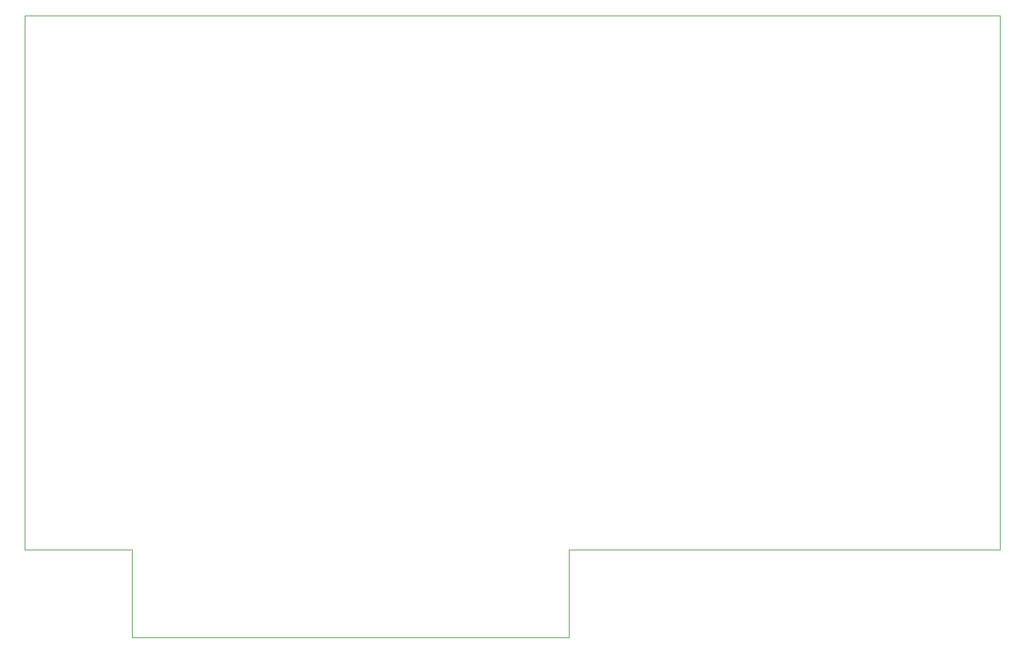
<source format=gbr>
%TF.GenerationSoftware,KiCad,Pcbnew,(5.1.9-0-10_14)*%
%TF.CreationDate,2022-04-10T09:01:30+01:00*%
%TF.ProjectId,ElectronUserPortCartridge,456c6563-7472-46f6-9e55-736572506f72,rev?*%
%TF.SameCoordinates,Original*%
%TF.FileFunction,Profile,NP*%
%FSLAX46Y46*%
G04 Gerber Fmt 4.6, Leading zero omitted, Abs format (unit mm)*
G04 Created by KiCad (PCBNEW (5.1.9-0-10_14)) date 2022-04-10 09:01:30*
%MOMM*%
%LPD*%
G01*
G04 APERTURE LIST*
%TA.AperFunction,Profile*%
%ADD10C,0.050000*%
%TD*%
G04 APERTURE END LIST*
D10*
X122936000Y-120396000D02*
X121666000Y-120396000D01*
X121666000Y-131826000D02*
X121412000Y-131826000D01*
X121666000Y-120396000D02*
X121666000Y-131826000D01*
X64770000Y-120396000D02*
X56134000Y-120396000D01*
X64770000Y-131826000D02*
X65024000Y-131826000D01*
X64770000Y-120396000D02*
X64770000Y-131826000D01*
X177800000Y-50800000D02*
X177800000Y-120396000D01*
X169926000Y-120396000D02*
X177800000Y-120396000D01*
X169926000Y-50800000D02*
X177800000Y-50800000D01*
X50800000Y-50800000D02*
X169926000Y-50800000D01*
X50800000Y-54864000D02*
X50800000Y-50800000D01*
X122936000Y-120396000D02*
X169926000Y-120396000D01*
X50800000Y-120396000D02*
X50800000Y-54864000D01*
X54102000Y-120396000D02*
X50800000Y-120396000D01*
X56134000Y-120396000D02*
X54102000Y-120396000D01*
X121412000Y-131826000D02*
X65024000Y-131826000D01*
M02*

</source>
